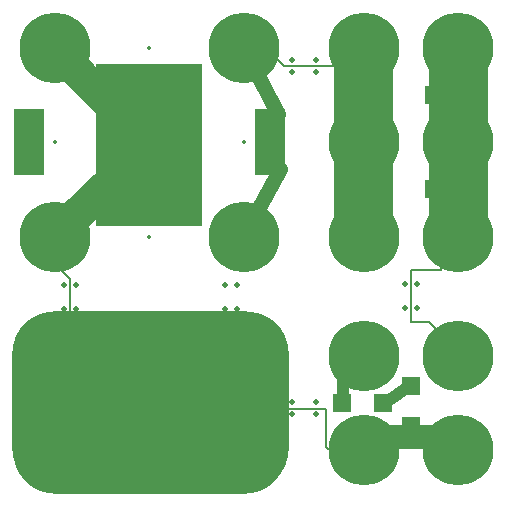
<source format=gtl>
%TF.GenerationSoftware,KiCad,Pcbnew,4.0.5-e0-6337~49~ubuntu16.04.1*%
%TF.CreationDate,2017-07-06T19:13:04-07:00*%
%TF.ProjectId,SMTLimitLED-SMTButton-Battery,534D544C696D69744C45442D534D5442,1.0*%
%TF.FileFunction,Copper,L1,Top,Signal*%
%FSLAX46Y46*%
G04 Gerber Fmt 4.6, Leading zero omitted, Abs format (unit mm)*
G04 Created by KiCad (PCBNEW 4.0.5-e0-6337~49~ubuntu16.04.1) date Thu Jul  6 19:13:04 2017*
%MOMM*%
%LPD*%
G01*
G04 APERTURE LIST*
%ADD10C,0.350000*%
%ADD11C,1.000000*%
%ADD12C,2.000000*%
%ADD13C,2.540000*%
%ADD14C,1.270000*%
%ADD15C,5.000000*%
%ADD16C,0.500000*%
%ADD17O,23.240000X7.620000*%
%ADD18O,7.620000X15.240000*%
%ADD19R,1.500000X1.600000*%
%ADD20C,6.000000*%
%ADD21R,1.600000X1.500000*%
%ADD22R,2.600000X5.560000*%
%ADD23R,9.000000X13.800000*%
%ADD24R,1.300000X1.550000*%
%ADD25C,0.152400*%
%ADD26C,0.350000*%
G04 APERTURE END LIST*
D10*
D11*
X88750000Y-109300000D02*
X91000000Y-107800000D01*
D12*
X87100000Y-112150000D02*
X95225000Y-112150000D01*
D11*
X85250000Y-106300000D02*
X85250000Y-109300000D01*
D13*
X60813400Y-79093000D02*
X68814400Y-87348000D01*
X60432400Y-95349000D02*
X68687400Y-87348000D01*
D14*
X76815400Y-79347000D02*
X79736400Y-84808000D01*
X76815400Y-95095000D02*
X79863400Y-89507000D01*
D15*
X95003400Y-79102000D02*
X95003400Y-95202000D01*
X86903400Y-79202000D02*
X86903400Y-95502000D01*
D16*
X61615400Y-99276000D03*
X62631400Y-99276000D03*
X62631400Y-101308000D03*
X61615400Y-101308000D03*
X75215400Y-99276000D03*
X76231400Y-99276000D03*
X76231400Y-101308000D03*
X75215400Y-101308000D03*
X82939400Y-109204000D03*
X82939400Y-110220000D03*
X80907400Y-110220000D03*
X80907400Y-109204000D03*
X80897400Y-81230000D03*
X80897400Y-80214000D03*
X82929400Y-80214000D03*
X82929400Y-81230000D03*
X91519400Y-101212000D03*
X90503400Y-101212000D03*
X90503400Y-99180000D03*
X91519400Y-99180000D03*
D17*
X68933400Y-105282500D03*
D18*
X61023400Y-109155500D03*
X76833400Y-109092000D03*
D17*
X68933400Y-113182500D03*
X68933400Y-109282500D03*
D19*
X85190000Y-109300000D03*
D20*
X87000000Y-113300000D03*
X87000000Y-105300000D03*
X95000000Y-105300000D03*
X95000000Y-113300000D03*
D19*
X88610000Y-109300000D03*
D21*
X91000000Y-111260000D03*
X91000000Y-107840000D03*
D22*
X79013400Y-87222000D03*
D23*
X68809400Y-87476000D03*
D22*
X58613400Y-87222000D03*
D20*
X60813400Y-79222000D03*
X76813400Y-79222000D03*
X60813400Y-95222000D03*
X76813400Y-95222000D03*
X87003400Y-95202000D03*
X87003400Y-87202000D03*
X95003400Y-87202000D03*
X95003400Y-95202000D03*
D24*
X92803400Y-91202000D03*
X88303400Y-91202000D03*
X92803400Y-83252000D03*
X88303400Y-83252000D03*
D20*
X87003400Y-79202000D03*
X95003400Y-79202000D03*
D14*
X60813400Y-95222000D02*
X61063400Y-95222000D01*
D13*
X61063400Y-95222000D02*
X68809400Y-87476000D01*
D14*
X60813400Y-79222000D02*
X60813400Y-79480000D01*
D13*
X60813400Y-79480000D02*
X68809400Y-87476000D01*
D25*
X62123400Y-98792000D02*
X62123400Y-102292000D01*
X60813400Y-97522000D02*
X62113400Y-98822000D01*
X60813400Y-95242000D02*
X60813400Y-97522000D01*
X83803400Y-109782000D02*
X83803400Y-113012000D01*
X83803400Y-109782000D02*
X78703400Y-109782000D01*
X84003400Y-113212000D02*
X83803400Y-113012000D01*
X87003400Y-113212000D02*
X84003400Y-113212000D01*
X93533400Y-97342000D02*
X95043400Y-95832000D01*
X93533400Y-98012000D02*
X93533400Y-97342000D01*
X90963400Y-98012000D02*
X93533400Y-98012000D01*
X90963400Y-102412000D02*
X90963400Y-98012000D01*
X90963400Y-102412000D02*
X92503400Y-102412000D01*
X92503400Y-102412000D02*
X95003400Y-104912000D01*
X95003400Y-104912000D02*
X95003400Y-105212000D01*
X85613400Y-88602000D02*
X86113400Y-88102000D01*
X80213400Y-80722000D02*
X85613400Y-80722000D01*
X87003400Y-95202000D02*
X88163400Y-95202000D01*
X76813400Y-95242000D02*
X76813400Y-97422000D01*
X78733400Y-79242000D02*
X80213400Y-80722000D01*
X76813400Y-79242000D02*
X78733400Y-79242000D01*
D26*
X61615400Y-99276000D03*
X62631400Y-99276000D03*
X62631400Y-101308000D03*
X61615400Y-101308000D03*
X75215400Y-99276000D03*
X76231400Y-99276000D03*
X76231400Y-101308000D03*
X75215400Y-101308000D03*
X82939400Y-109204000D03*
X82939400Y-110220000D03*
X80907400Y-110220000D03*
X80907400Y-109204000D03*
X80897400Y-81230000D03*
X80897400Y-80214000D03*
X82929400Y-80214000D03*
X82929400Y-81230000D03*
X91519400Y-101212000D03*
X90503400Y-101212000D03*
X90503400Y-99180000D03*
X91519400Y-99180000D03*
X87000000Y-113300000D03*
X87000000Y-105300000D03*
X95000000Y-105300000D03*
X95000000Y-113300000D03*
X68813400Y-87222000D03*
X60813400Y-87222000D03*
X76813400Y-87222000D03*
X60813400Y-79222000D03*
X68813400Y-79222000D03*
X76813400Y-79222000D03*
X60813400Y-95222000D03*
X68813400Y-95222000D03*
X76813400Y-95222000D03*
X87003400Y-95202000D03*
X87003400Y-87202000D03*
X95003400Y-87202000D03*
X95003400Y-95202000D03*
X87003400Y-79202000D03*
X95003400Y-79202000D03*
M02*

</source>
